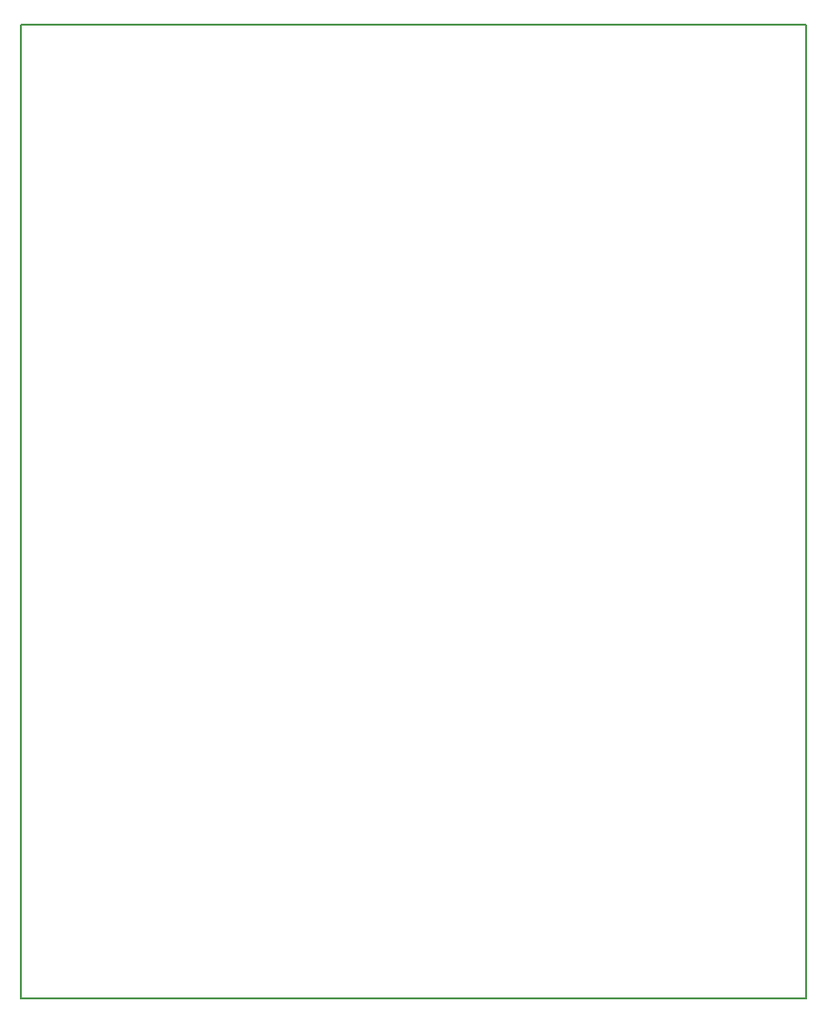
<source format=gm1>
G04 #@! TF.GenerationSoftware,KiCad,Pcbnew,(5.1.10)-1*
G04 #@! TF.CreationDate,2021-12-02T21:28:18-06:00*
G04 #@! TF.ProjectId,Kitty_Cannon_Schematic,4b697474-795f-4436-916e-6e6f6e5f5363,rev?*
G04 #@! TF.SameCoordinates,Original*
G04 #@! TF.FileFunction,Profile,NP*
%FSLAX46Y46*%
G04 Gerber Fmt 4.6, Leading zero omitted, Abs format (unit mm)*
G04 Created by KiCad (PCBNEW (5.1.10)-1) date 2021-12-02 21:28:18*
%MOMM*%
%LPD*%
G01*
G04 APERTURE LIST*
G04 #@! TA.AperFunction,Profile*
%ADD10C,0.152400*%
G04 #@! TD*
G04 APERTURE END LIST*
D10*
X185420000Y-61722000D02*
X185420000Y-148590000D01*
X115316000Y-61722000D02*
X185420000Y-61722000D01*
X115316000Y-148590000D02*
X115316000Y-61722000D01*
X185420000Y-148590000D02*
X115316000Y-148590000D01*
M02*

</source>
